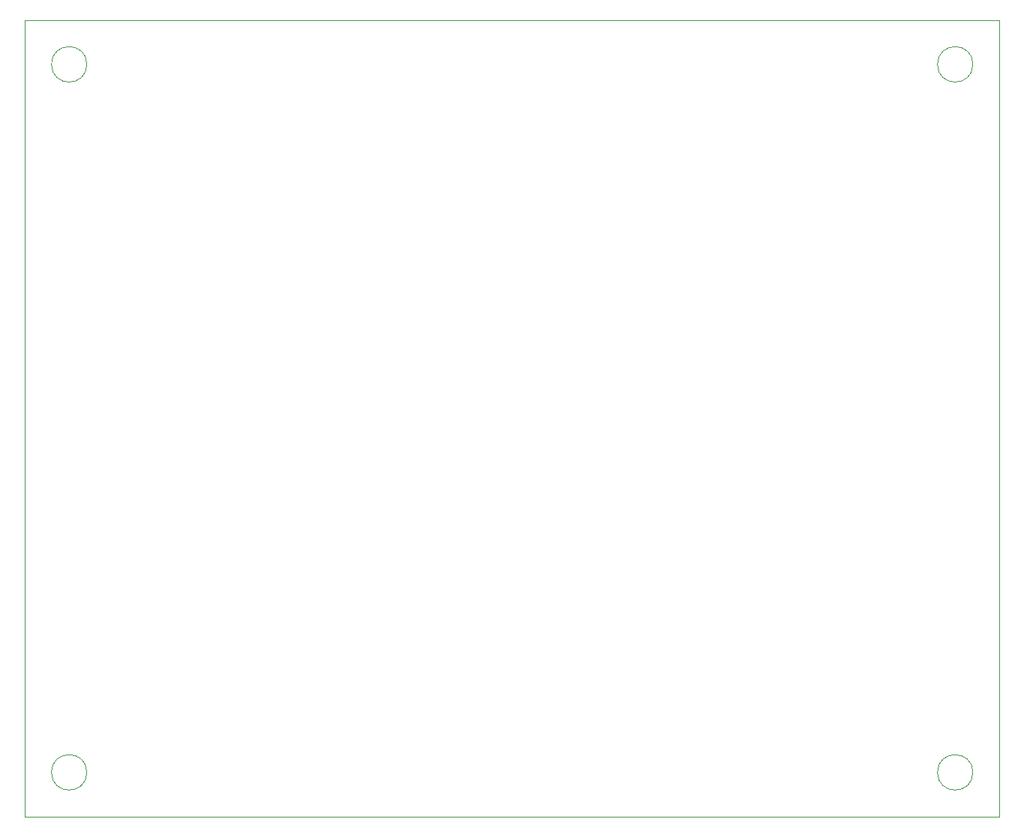
<source format=gm1>
G04 #@! TF.GenerationSoftware,KiCad,Pcbnew,(6.0.10-0)*
G04 #@! TF.CreationDate,2023-01-31T00:07:50+01:00*
G04 #@! TF.ProjectId,breast-module-proto-v1,62726561-7374-42d6-9d6f-64756c652d70,Proto V1*
G04 #@! TF.SameCoordinates,Original*
G04 #@! TF.FileFunction,Profile,NP*
%FSLAX46Y46*%
G04 Gerber Fmt 4.6, Leading zero omitted, Abs format (unit mm)*
G04 Created by KiCad (PCBNEW (6.0.10-0)) date 2023-01-31 00:07:50*
%MOMM*%
%LPD*%
G01*
G04 APERTURE LIST*
G04 #@! TA.AperFunction,Profile*
%ADD10C,0.100000*%
G04 #@! TD*
G04 APERTURE END LIST*
D10*
X197500000Y-56500000D02*
G75*
G03*
X197500000Y-56500000I-2000000J0D01*
G01*
X90500000Y-141500000D02*
X200500000Y-141500000D01*
X200500000Y-141500000D02*
X200500000Y-51500000D01*
X200500000Y-51500000D02*
X90500000Y-51500000D01*
X90500000Y-51500000D02*
X90500000Y-141500000D01*
X97500000Y-136500000D02*
G75*
G03*
X97500000Y-136500000I-2000000J0D01*
G01*
X197500000Y-136500000D02*
G75*
G03*
X197500000Y-136500000I-2000000J0D01*
G01*
X97500000Y-56500000D02*
G75*
G03*
X97500000Y-56500000I-2000000J0D01*
G01*
M02*

</source>
